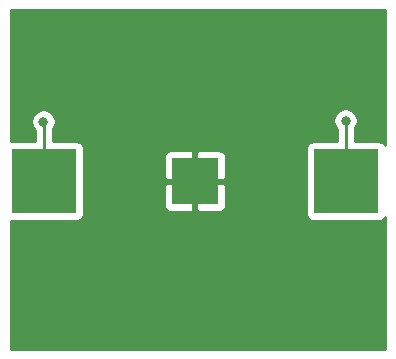
<source format=gbr>
%TF.GenerationSoftware,KiCad,Pcbnew,(5.1.10)-1*%
%TF.CreationDate,2021-10-20T01:45:52-07:00*%
%TF.ProjectId,blinky,626c696e-6b79-42e6-9b69-6361645f7063,rev?*%
%TF.SameCoordinates,Original*%
%TF.FileFunction,Copper,L2,Bot*%
%TF.FilePolarity,Positive*%
%FSLAX46Y46*%
G04 Gerber Fmt 4.6, Leading zero omitted, Abs format (unit mm)*
G04 Created by KiCad (PCBNEW (5.1.10)-1) date 2021-10-20 01:45:52*
%MOMM*%
%LPD*%
G01*
G04 APERTURE LIST*
%TA.AperFunction,SMDPad,CuDef*%
%ADD10R,5.500000X5.500000*%
%TD*%
%TA.AperFunction,SMDPad,CuDef*%
%ADD11R,4.000000X4.000000*%
%TD*%
%TA.AperFunction,ViaPad*%
%ADD12C,0.800000*%
%TD*%
%TA.AperFunction,Conductor*%
%ADD13C,0.250000*%
%TD*%
%TA.AperFunction,Conductor*%
%ADD14C,0.254000*%
%TD*%
%TA.AperFunction,Conductor*%
%ADD15C,0.100000*%
%TD*%
G04 APERTURE END LIST*
D10*
%TO.P,BT1,1*%
%TO.N,/VDD*%
X155040000Y-104140000D03*
D11*
%TO.P,BT1,2*%
%TO.N,GND*%
X142240000Y-104140000D03*
D10*
%TO.P,BT1,1*%
%TO.N,/VDD*%
X129440000Y-104140000D03*
%TD*%
D12*
%TO.N,GND*%
X135000000Y-112000000D03*
X135000000Y-96000000D03*
X140000000Y-100000000D03*
%TO.N,/VDD*%
X129400000Y-99100000D03*
X155000000Y-99000000D03*
%TD*%
D13*
%TO.N,/VDD*%
X129440000Y-99140000D02*
X129400000Y-99100000D01*
X129440000Y-104140000D02*
X129440000Y-99140000D01*
X155040000Y-99040000D02*
X155000000Y-99000000D01*
X155040000Y-104140000D02*
X155040000Y-99040000D01*
%TD*%
D14*
%TO.N,GND*%
X158340001Y-101071919D02*
X158320537Y-101035506D01*
X158241185Y-100938815D01*
X158144494Y-100859463D01*
X158034180Y-100800498D01*
X157914482Y-100764188D01*
X157790000Y-100751928D01*
X155800000Y-100751928D01*
X155800000Y-99663711D01*
X155803937Y-99659774D01*
X155917205Y-99490256D01*
X155995226Y-99301898D01*
X156035000Y-99101939D01*
X156035000Y-98898061D01*
X155995226Y-98698102D01*
X155917205Y-98509744D01*
X155803937Y-98340226D01*
X155659774Y-98196063D01*
X155490256Y-98082795D01*
X155301898Y-98004774D01*
X155101939Y-97965000D01*
X154898061Y-97965000D01*
X154698102Y-98004774D01*
X154509744Y-98082795D01*
X154340226Y-98196063D01*
X154196063Y-98340226D01*
X154082795Y-98509744D01*
X154004774Y-98698102D01*
X153965000Y-98898061D01*
X153965000Y-99101939D01*
X154004774Y-99301898D01*
X154082795Y-99490256D01*
X154196063Y-99659774D01*
X154280001Y-99743712D01*
X154280001Y-100751928D01*
X152290000Y-100751928D01*
X152165518Y-100764188D01*
X152045820Y-100800498D01*
X151935506Y-100859463D01*
X151838815Y-100938815D01*
X151759463Y-101035506D01*
X151700498Y-101145820D01*
X151664188Y-101265518D01*
X151651928Y-101390000D01*
X151651928Y-106890000D01*
X151664188Y-107014482D01*
X151700498Y-107134180D01*
X151759463Y-107244494D01*
X151838815Y-107341185D01*
X151935506Y-107420537D01*
X152045820Y-107479502D01*
X152165518Y-107515812D01*
X152290000Y-107528072D01*
X157790000Y-107528072D01*
X157914482Y-107515812D01*
X158034180Y-107479502D01*
X158144494Y-107420537D01*
X158241185Y-107341185D01*
X158320537Y-107244494D01*
X158340000Y-107208081D01*
X158340000Y-118340000D01*
X126660000Y-118340000D01*
X126660000Y-107525117D01*
X126690000Y-107528072D01*
X132190000Y-107528072D01*
X132314482Y-107515812D01*
X132434180Y-107479502D01*
X132544494Y-107420537D01*
X132641185Y-107341185D01*
X132720537Y-107244494D01*
X132779502Y-107134180D01*
X132815812Y-107014482D01*
X132828072Y-106890000D01*
X132828072Y-106140000D01*
X139601928Y-106140000D01*
X139614188Y-106264482D01*
X139650498Y-106384180D01*
X139709463Y-106494494D01*
X139788815Y-106591185D01*
X139885506Y-106670537D01*
X139995820Y-106729502D01*
X140115518Y-106765812D01*
X140240000Y-106778072D01*
X141954250Y-106775000D01*
X142113000Y-106616250D01*
X142113000Y-104267000D01*
X142367000Y-104267000D01*
X142367000Y-106616250D01*
X142525750Y-106775000D01*
X144240000Y-106778072D01*
X144364482Y-106765812D01*
X144484180Y-106729502D01*
X144594494Y-106670537D01*
X144691185Y-106591185D01*
X144770537Y-106494494D01*
X144829502Y-106384180D01*
X144865812Y-106264482D01*
X144878072Y-106140000D01*
X144875000Y-104425750D01*
X144716250Y-104267000D01*
X142367000Y-104267000D01*
X142113000Y-104267000D01*
X139763750Y-104267000D01*
X139605000Y-104425750D01*
X139601928Y-106140000D01*
X132828072Y-106140000D01*
X132828072Y-102140000D01*
X139601928Y-102140000D01*
X139605000Y-103854250D01*
X139763750Y-104013000D01*
X142113000Y-104013000D01*
X142113000Y-101663750D01*
X142367000Y-101663750D01*
X142367000Y-104013000D01*
X144716250Y-104013000D01*
X144875000Y-103854250D01*
X144878072Y-102140000D01*
X144865812Y-102015518D01*
X144829502Y-101895820D01*
X144770537Y-101785506D01*
X144691185Y-101688815D01*
X144594494Y-101609463D01*
X144484180Y-101550498D01*
X144364482Y-101514188D01*
X144240000Y-101501928D01*
X142525750Y-101505000D01*
X142367000Y-101663750D01*
X142113000Y-101663750D01*
X141954250Y-101505000D01*
X140240000Y-101501928D01*
X140115518Y-101514188D01*
X139995820Y-101550498D01*
X139885506Y-101609463D01*
X139788815Y-101688815D01*
X139709463Y-101785506D01*
X139650498Y-101895820D01*
X139614188Y-102015518D01*
X139601928Y-102140000D01*
X132828072Y-102140000D01*
X132828072Y-101390000D01*
X132815812Y-101265518D01*
X132779502Y-101145820D01*
X132720537Y-101035506D01*
X132641185Y-100938815D01*
X132544494Y-100859463D01*
X132434180Y-100800498D01*
X132314482Y-100764188D01*
X132190000Y-100751928D01*
X130200000Y-100751928D01*
X130200000Y-99763711D01*
X130203937Y-99759774D01*
X130317205Y-99590256D01*
X130395226Y-99401898D01*
X130435000Y-99201939D01*
X130435000Y-98998061D01*
X130395226Y-98798102D01*
X130317205Y-98609744D01*
X130203937Y-98440226D01*
X130059774Y-98296063D01*
X129890256Y-98182795D01*
X129701898Y-98104774D01*
X129501939Y-98065000D01*
X129298061Y-98065000D01*
X129098102Y-98104774D01*
X128909744Y-98182795D01*
X128740226Y-98296063D01*
X128596063Y-98440226D01*
X128482795Y-98609744D01*
X128404774Y-98798102D01*
X128365000Y-98998061D01*
X128365000Y-99201939D01*
X128404774Y-99401898D01*
X128482795Y-99590256D01*
X128596063Y-99759774D01*
X128680001Y-99843712D01*
X128680001Y-100751928D01*
X126690000Y-100751928D01*
X126660000Y-100754883D01*
X126660000Y-89660000D01*
X158340001Y-89660000D01*
X158340001Y-101071919D01*
%TA.AperFunction,Conductor*%
D15*
G36*
X158340001Y-101071919D02*
G01*
X158320537Y-101035506D01*
X158241185Y-100938815D01*
X158144494Y-100859463D01*
X158034180Y-100800498D01*
X157914482Y-100764188D01*
X157790000Y-100751928D01*
X155800000Y-100751928D01*
X155800000Y-99663711D01*
X155803937Y-99659774D01*
X155917205Y-99490256D01*
X155995226Y-99301898D01*
X156035000Y-99101939D01*
X156035000Y-98898061D01*
X155995226Y-98698102D01*
X155917205Y-98509744D01*
X155803937Y-98340226D01*
X155659774Y-98196063D01*
X155490256Y-98082795D01*
X155301898Y-98004774D01*
X155101939Y-97965000D01*
X154898061Y-97965000D01*
X154698102Y-98004774D01*
X154509744Y-98082795D01*
X154340226Y-98196063D01*
X154196063Y-98340226D01*
X154082795Y-98509744D01*
X154004774Y-98698102D01*
X153965000Y-98898061D01*
X153965000Y-99101939D01*
X154004774Y-99301898D01*
X154082795Y-99490256D01*
X154196063Y-99659774D01*
X154280001Y-99743712D01*
X154280001Y-100751928D01*
X152290000Y-100751928D01*
X152165518Y-100764188D01*
X152045820Y-100800498D01*
X151935506Y-100859463D01*
X151838815Y-100938815D01*
X151759463Y-101035506D01*
X151700498Y-101145820D01*
X151664188Y-101265518D01*
X151651928Y-101390000D01*
X151651928Y-106890000D01*
X151664188Y-107014482D01*
X151700498Y-107134180D01*
X151759463Y-107244494D01*
X151838815Y-107341185D01*
X151935506Y-107420537D01*
X152045820Y-107479502D01*
X152165518Y-107515812D01*
X152290000Y-107528072D01*
X157790000Y-107528072D01*
X157914482Y-107515812D01*
X158034180Y-107479502D01*
X158144494Y-107420537D01*
X158241185Y-107341185D01*
X158320537Y-107244494D01*
X158340000Y-107208081D01*
X158340000Y-118340000D01*
X126660000Y-118340000D01*
X126660000Y-107525117D01*
X126690000Y-107528072D01*
X132190000Y-107528072D01*
X132314482Y-107515812D01*
X132434180Y-107479502D01*
X132544494Y-107420537D01*
X132641185Y-107341185D01*
X132720537Y-107244494D01*
X132779502Y-107134180D01*
X132815812Y-107014482D01*
X132828072Y-106890000D01*
X132828072Y-106140000D01*
X139601928Y-106140000D01*
X139614188Y-106264482D01*
X139650498Y-106384180D01*
X139709463Y-106494494D01*
X139788815Y-106591185D01*
X139885506Y-106670537D01*
X139995820Y-106729502D01*
X140115518Y-106765812D01*
X140240000Y-106778072D01*
X141954250Y-106775000D01*
X142113000Y-106616250D01*
X142113000Y-104267000D01*
X142367000Y-104267000D01*
X142367000Y-106616250D01*
X142525750Y-106775000D01*
X144240000Y-106778072D01*
X144364482Y-106765812D01*
X144484180Y-106729502D01*
X144594494Y-106670537D01*
X144691185Y-106591185D01*
X144770537Y-106494494D01*
X144829502Y-106384180D01*
X144865812Y-106264482D01*
X144878072Y-106140000D01*
X144875000Y-104425750D01*
X144716250Y-104267000D01*
X142367000Y-104267000D01*
X142113000Y-104267000D01*
X139763750Y-104267000D01*
X139605000Y-104425750D01*
X139601928Y-106140000D01*
X132828072Y-106140000D01*
X132828072Y-102140000D01*
X139601928Y-102140000D01*
X139605000Y-103854250D01*
X139763750Y-104013000D01*
X142113000Y-104013000D01*
X142113000Y-101663750D01*
X142367000Y-101663750D01*
X142367000Y-104013000D01*
X144716250Y-104013000D01*
X144875000Y-103854250D01*
X144878072Y-102140000D01*
X144865812Y-102015518D01*
X144829502Y-101895820D01*
X144770537Y-101785506D01*
X144691185Y-101688815D01*
X144594494Y-101609463D01*
X144484180Y-101550498D01*
X144364482Y-101514188D01*
X144240000Y-101501928D01*
X142525750Y-101505000D01*
X142367000Y-101663750D01*
X142113000Y-101663750D01*
X141954250Y-101505000D01*
X140240000Y-101501928D01*
X140115518Y-101514188D01*
X139995820Y-101550498D01*
X139885506Y-101609463D01*
X139788815Y-101688815D01*
X139709463Y-101785506D01*
X139650498Y-101895820D01*
X139614188Y-102015518D01*
X139601928Y-102140000D01*
X132828072Y-102140000D01*
X132828072Y-101390000D01*
X132815812Y-101265518D01*
X132779502Y-101145820D01*
X132720537Y-101035506D01*
X132641185Y-100938815D01*
X132544494Y-100859463D01*
X132434180Y-100800498D01*
X132314482Y-100764188D01*
X132190000Y-100751928D01*
X130200000Y-100751928D01*
X130200000Y-99763711D01*
X130203937Y-99759774D01*
X130317205Y-99590256D01*
X130395226Y-99401898D01*
X130435000Y-99201939D01*
X130435000Y-98998061D01*
X130395226Y-98798102D01*
X130317205Y-98609744D01*
X130203937Y-98440226D01*
X130059774Y-98296063D01*
X129890256Y-98182795D01*
X129701898Y-98104774D01*
X129501939Y-98065000D01*
X129298061Y-98065000D01*
X129098102Y-98104774D01*
X128909744Y-98182795D01*
X128740226Y-98296063D01*
X128596063Y-98440226D01*
X128482795Y-98609744D01*
X128404774Y-98798102D01*
X128365000Y-98998061D01*
X128365000Y-99201939D01*
X128404774Y-99401898D01*
X128482795Y-99590256D01*
X128596063Y-99759774D01*
X128680001Y-99843712D01*
X128680001Y-100751928D01*
X126690000Y-100751928D01*
X126660000Y-100754883D01*
X126660000Y-89660000D01*
X158340001Y-89660000D01*
X158340001Y-101071919D01*
G37*
%TD.AperFunction*%
%TD*%
M02*

</source>
